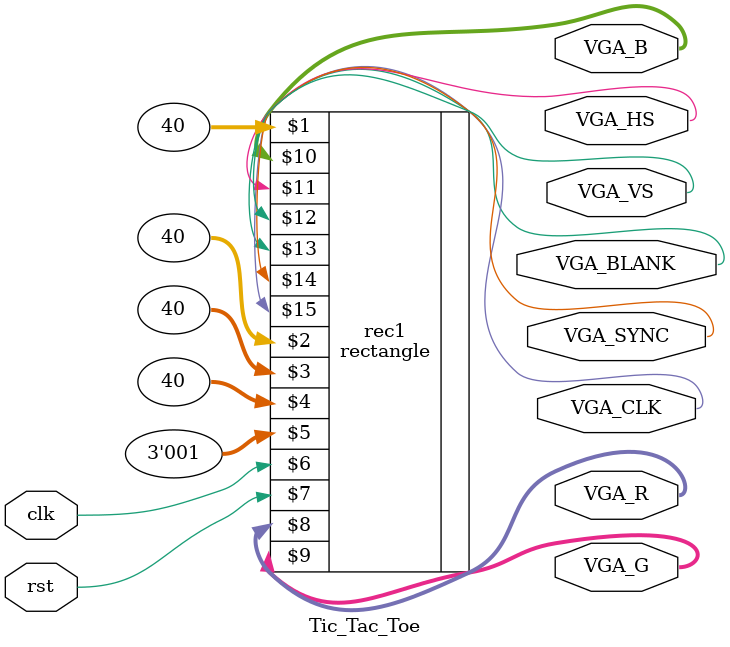
<source format=v>

module Tic_Tac_Toe(
	input clk, 
	input rst,
	//input [2:0]color,
	//input [8:0]x,
	//input [7:0]y,
	//input plot,
	output [9:0]VGA_R,
	output [9:0]VGA_G,
	output [9:0]VGA_B,
	output VGA_HS,
	output VGA_VS,
	output VGA_BLANK,
	output VGA_SYNC,
	output VGA_CLK
	);

	// Grid:
	//       1    2    3
	//    |----|----|----|
	//    |    |    |    |
	//  A | A1 | A2 | A3 |
	//    |    |    |    |
	//    -----|----|-----
	//    |    |    |    |
	//  B | B1 | B2 | B3 |
	//    |    |    |    |
	//    -----|----|-----
	//    |    |    |    |
	//  C | C1 | C2 | C3 |
	//    |    |    |    |
	//    |----|----|----|

//	reg [2:0]color;
//	reg [8:0]x;
//	reg [7:0]y;
//	reg plot = 1'b1; 
	
	//vga_adapter my_vga(rst, clk, color, x, y, plot, VGA_R, VGA_G, VGA_B, VGA_HS, VGA_VS, VGA_BLANK, VGA_SYNC, VGA_CLK);
	
//	module rectangle(
//	input init_x,
//	input init_y,
//	input width,
//	input height,
//	input color,
//	input clk, 
//	input rst,
//	output [9:0]VGA_R,
//	output [9:0]VGA_G,
//	output [9:0]VGA_B,
//	output VGA_HS,
//	output VGA_VS,
//	output VGA_BLANK,
//	output VGA_SYNC,
//	output VGA_CLK);
//	);

	
	rectangle rec1(32'd40, 32'd40, 32'd40, 32'd40, 3'b001, clk, rst, VGA_R, VGA_G, VGA_B, VGA_HS, VGA_VS, VGA_BLANK, VGA_SYNC, VGA_CLK);
	//rectangle rec2(32'd20, 32'd20, 32'd20, 32'd20, 3'b100, clk, rst, VGA_R, VGA_G, VGA_B, VGA_HS, VGA_VS, VGA_BLANK, VGA_SYNC, VGA_CLK);
	
//	reg [4:0]S;
//	reg [4:0]NS;
//	
//	
//	parameter START = 5'd0,
//				 CHECK_Y = 5'd1,
//				 CHECK_X = 5'd2,
//				 UPDATE_Y = 5'd3,
//				 UPDATE_X = 5'd4,
//				 DRAW = 5'd5,
//				 END = 5'd6,
//				 ERROR = 5'hF;
//	
//	always @(posedge clk or negedge rst)
//	begin
//		if (rst == 1'b0)
//		begin
//			S <= START;
//		end
//		else
//			S <= NS;
//	end
//	
//	reg [31:0]count_x;
//	reg [31:0]count_y;
//	reg [31:0]width;
//	reg [31:0]height;
//	reg [31:0]init_x = 32'd100;
//	reg [31:0]init_y = 32'd100;
//	//reg done;
//	
//	always @(*) // i have a picture of the code that is for rectangles
//	begin
//		case(S) 
//			START: NS = CHECK_Y;
//			CHECK_Y: 
//			begin
//				if (count_y < init_y + height)
//				begin
//					NS = CHECK_X;
//				end
//				else
//				begin
//					NS = END;
//				end
//			end
//			CHECK_X:
//			begin
//				if (count_x < init_x + width)
//				begin
//					NS = DRAW;
//				end
//				else
//				begin
//					NS = UPDATE_Y;
//				end
//			end
//			UPDATE_Y: NS = CHECK_Y;
//			UPDATE_X: NS = CHECK_X;
//			DRAW: NS = UPDATE_X;
//			END: NS = END;
//			default: NS = ERROR;
//		endcase
//	end
//	
//	always @(posedge clk or negedge rst)
//	begin
//		if (rst == 1'b0)
//		begin
//			count_x <= 32'd0;
//			count_y <= 32'd0;
//			color <= 3'hF;
//			x <= 9'd0;
//			y <= 8'd0;
//		end
//		else
//		begin
//			case(S)
//				START:
//				begin
//					count_x <= init_x;
//					count_y <= init_y;
//					width <= 32'd100;
//					height <= 32'd100;
//				end
//				UPDATE_Y:
//				begin
//					count_y <= count_y + 32'd1;
//					count_x <= init_x;
//				end
//				UPDATE_X:
//				begin
//					count_x <= count_x + 32'd1;
//				end
//				DRAW:
//				begin
//					x <= count_x;
//					y <= count_y;
//				end
//				default:
//				begin
//				end
//			endcase
//		end
//	end

endmodule

</source>
